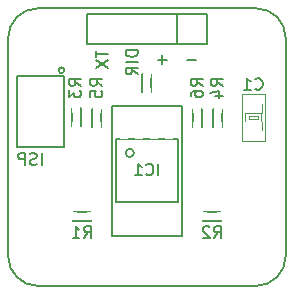
<source format=gbo>
G04 (created by PCBNEW (2013-02-22 BZR 3968)-testing) date Thu 28 Feb 2013 03:21:29 AM CET*
%MOIN*%
G04 Gerber Fmt 3.4, Leading zero omitted, Abs format*
%FSLAX34Y34*%
G01*
G70*
G90*
G04 APERTURE LIST*
%ADD10C,3.14961e-06*%
%ADD11C,0.00787402*%
%ADD12C,0.0019685*%
%ADD13C,0.00393701*%
%ADD14C,0.0026*%
%ADD15C,0.002*%
%ADD16C,0.004*%
%ADD17R,0.0511811X0.0511811*%
%ADD18C,0.0511811*%
%ADD19R,0.0649606X0.0649606*%
%ADD20C,0.0649606*%
%ADD21R,0.0275591X0.0866142*%
%ADD22C,0.0688976*%
%ADD23C,0.15748*%
%ADD24O,0.15748X0.15748*%
%ADD25R,0.059X0.0511*%
%ADD26C,0.0984252*%
%ADD27R,0.0314X0.0314*%
G04 APERTURE END LIST*
G54D10*
G54D11*
X45834Y-35284D02*
X46134Y-35284D01*
X44850Y-35284D02*
X45149Y-35284D01*
X45000Y-35434D02*
X45000Y-35134D01*
X42797Y-34975D02*
X42797Y-35200D01*
X43190Y-35088D02*
X42797Y-35088D01*
X42797Y-35294D02*
X43190Y-35556D01*
X42797Y-35556D02*
X43190Y-35294D01*
X44175Y-34960D02*
X43781Y-34960D01*
X43781Y-35054D01*
X43800Y-35110D01*
X43837Y-35148D01*
X43875Y-35166D01*
X43950Y-35185D01*
X44006Y-35185D01*
X44081Y-35166D01*
X44118Y-35148D01*
X44156Y-35110D01*
X44175Y-35054D01*
X44175Y-34960D01*
X44175Y-35354D02*
X43781Y-35354D01*
X44175Y-35766D02*
X43987Y-35635D01*
X44175Y-35541D02*
X43781Y-35541D01*
X43781Y-35691D01*
X43800Y-35729D01*
X43818Y-35748D01*
X43856Y-35766D01*
X43912Y-35766D01*
X43950Y-35748D01*
X43968Y-35729D01*
X43987Y-35691D01*
X43987Y-35541D01*
X48129Y-33562D02*
X40846Y-33562D01*
X49114Y-41830D02*
X49114Y-34547D01*
X40846Y-42814D02*
X48129Y-42814D01*
X39862Y-34547D02*
X39862Y-41830D01*
X39862Y-41830D02*
G75*
G03X40846Y-42814I984J0D01*
G74*
G01*
X48129Y-42814D02*
G75*
G03X49114Y-41830I0J984D01*
G74*
G01*
X49114Y-34547D02*
G75*
G03X48129Y-33562I-984J0D01*
G74*
G01*
X40846Y-33562D02*
G75*
G03X39862Y-34547I0J-984D01*
G74*
G01*
G54D12*
X41240Y-37696D02*
X41240Y-37893D01*
X41240Y-37893D02*
X41437Y-37893D01*
X41437Y-37893D02*
X41437Y-37696D01*
X41437Y-37696D02*
X41240Y-37696D01*
X41240Y-36909D02*
X41240Y-37106D01*
X41240Y-37106D02*
X41437Y-37106D01*
X41437Y-37106D02*
X41437Y-36909D01*
X41437Y-36909D02*
X41240Y-36909D01*
X41240Y-36122D02*
X41240Y-36318D01*
X41240Y-36318D02*
X41437Y-36318D01*
X41437Y-36318D02*
X41437Y-36122D01*
X41437Y-36122D02*
X41240Y-36122D01*
X40452Y-37696D02*
X40452Y-37893D01*
X40452Y-37893D02*
X40649Y-37893D01*
X40649Y-37893D02*
X40649Y-37696D01*
X40649Y-37696D02*
X40452Y-37696D01*
X40452Y-36909D02*
X40452Y-37106D01*
X40452Y-37106D02*
X40649Y-37106D01*
X40649Y-37106D02*
X40649Y-36909D01*
X40649Y-36909D02*
X40452Y-36909D01*
X40452Y-36122D02*
X40452Y-36318D01*
X40452Y-36318D02*
X40649Y-36318D01*
X40649Y-36318D02*
X40649Y-36122D01*
X40649Y-36122D02*
X40452Y-36122D01*
G54D11*
X41732Y-35629D02*
G75*
G03X41732Y-35629I-98J0D01*
G74*
G01*
X40157Y-35826D02*
X40157Y-38188D01*
X40157Y-38188D02*
X41732Y-38188D01*
X41732Y-38188D02*
X41732Y-35826D01*
X41732Y-35826D02*
X40157Y-35826D01*
X45488Y-34751D02*
X45488Y-33751D01*
X46488Y-34751D02*
X42488Y-34751D01*
X42488Y-34751D02*
X42488Y-33751D01*
X42488Y-33751D02*
X46488Y-33751D01*
X46488Y-33751D02*
X46488Y-34751D01*
X44055Y-38385D02*
G75*
G03X44055Y-38385I-137J0D01*
G74*
G01*
X43307Y-41141D02*
X45669Y-41141D01*
X45669Y-41141D02*
X45669Y-36811D01*
X45669Y-36811D02*
X43307Y-36811D01*
X43307Y-36811D02*
X43307Y-41141D01*
G54D13*
X43813Y-37926D02*
X43813Y-37376D01*
X43813Y-37376D02*
X43663Y-37376D01*
X43663Y-37376D02*
X43663Y-37926D01*
X44313Y-37926D02*
X44313Y-37376D01*
X44313Y-37376D02*
X44163Y-37376D01*
X44163Y-37376D02*
X44163Y-37926D01*
X44813Y-37926D02*
X44813Y-37376D01*
X44813Y-37376D02*
X44663Y-37376D01*
X44663Y-37376D02*
X44663Y-37926D01*
X45313Y-37926D02*
X45313Y-37376D01*
X45313Y-37376D02*
X45163Y-37376D01*
X45163Y-37376D02*
X45163Y-37926D01*
X43663Y-40026D02*
X43663Y-40576D01*
X43663Y-40576D02*
X43813Y-40576D01*
X43813Y-40576D02*
X43813Y-40026D01*
X44163Y-40026D02*
X44163Y-40576D01*
X44163Y-40576D02*
X44313Y-40576D01*
X44313Y-40576D02*
X44313Y-40026D01*
X44663Y-40026D02*
X44663Y-40576D01*
X44663Y-40576D02*
X44813Y-40576D01*
X44813Y-40576D02*
X44813Y-40026D01*
X45163Y-40576D02*
X45313Y-40576D01*
X45163Y-40026D02*
X45163Y-40576D01*
X45313Y-40576D02*
X45313Y-40026D01*
G54D11*
X45511Y-40019D02*
X45511Y-37933D01*
X45511Y-37933D02*
X43464Y-37933D01*
X43464Y-37933D02*
X43464Y-40019D01*
X43464Y-40019D02*
X45511Y-40019D01*
G54D14*
X47746Y-37633D02*
X47746Y-37338D01*
X47746Y-37338D02*
X48316Y-37338D01*
X48316Y-37633D02*
X48316Y-37338D01*
X47746Y-37633D02*
X48316Y-37633D01*
X47746Y-37064D02*
X47746Y-36769D01*
X47746Y-36769D02*
X48316Y-36769D01*
X48316Y-37064D02*
X48316Y-36769D01*
X47746Y-37064D02*
X48316Y-37064D01*
X47874Y-37243D02*
X47874Y-37165D01*
X47874Y-37165D02*
X48188Y-37165D01*
X48188Y-37243D02*
X48188Y-37165D01*
X47874Y-37243D02*
X48188Y-37243D01*
G54D15*
X48418Y-37980D02*
X48418Y-36428D01*
X47644Y-36428D02*
X47644Y-37980D01*
X47644Y-37980D02*
X48418Y-37980D01*
G54D16*
X48290Y-37354D02*
X48290Y-37054D01*
X47772Y-37344D02*
X47772Y-37054D01*
G54D15*
X48418Y-36428D02*
X47644Y-36428D01*
G54D11*
X46008Y-36905D02*
X46008Y-37505D01*
X46008Y-37505D02*
X46308Y-37505D01*
X46308Y-37505D02*
X46308Y-36905D01*
X46308Y-36905D02*
X46008Y-36905D01*
X44335Y-35744D02*
X44335Y-36344D01*
X44335Y-36344D02*
X44635Y-36344D01*
X44635Y-36344D02*
X44635Y-35744D01*
X44635Y-35744D02*
X44335Y-35744D01*
X42278Y-37503D02*
X42278Y-36903D01*
X42278Y-36903D02*
X41978Y-36903D01*
X41978Y-36903D02*
X41978Y-37503D01*
X41978Y-37503D02*
X42278Y-37503D01*
X46952Y-40339D02*
X46352Y-40339D01*
X46352Y-40339D02*
X46352Y-40639D01*
X46352Y-40639D02*
X46952Y-40639D01*
X46952Y-40639D02*
X46952Y-40339D01*
X42023Y-40645D02*
X42623Y-40645D01*
X42623Y-40645D02*
X42623Y-40345D01*
X42623Y-40345D02*
X42023Y-40345D01*
X42023Y-40345D02*
X42023Y-40645D01*
X46697Y-36905D02*
X46697Y-37505D01*
X46697Y-37505D02*
X46997Y-37505D01*
X46997Y-37505D02*
X46997Y-36905D01*
X46997Y-36905D02*
X46697Y-36905D01*
X42662Y-36905D02*
X42662Y-37505D01*
X42662Y-37505D02*
X42962Y-37505D01*
X42962Y-37505D02*
X42962Y-36905D01*
X42962Y-36905D02*
X42662Y-36905D01*
X40974Y-38781D02*
X40974Y-38387D01*
X40806Y-38762D02*
X40749Y-38781D01*
X40656Y-38781D01*
X40618Y-38762D01*
X40599Y-38743D01*
X40581Y-38706D01*
X40581Y-38668D01*
X40599Y-38631D01*
X40618Y-38612D01*
X40656Y-38593D01*
X40731Y-38575D01*
X40768Y-38556D01*
X40787Y-38537D01*
X40806Y-38500D01*
X40806Y-38462D01*
X40787Y-38425D01*
X40768Y-38406D01*
X40731Y-38387D01*
X40637Y-38387D01*
X40581Y-38406D01*
X40412Y-38781D02*
X40412Y-38387D01*
X40262Y-38387D01*
X40224Y-38406D01*
X40206Y-38425D01*
X40187Y-38462D01*
X40187Y-38518D01*
X40206Y-38556D01*
X40224Y-38575D01*
X40262Y-38593D01*
X40412Y-38593D01*
X44872Y-39135D02*
X44872Y-38742D01*
X44460Y-39098D02*
X44478Y-39116D01*
X44535Y-39135D01*
X44572Y-39135D01*
X44628Y-39116D01*
X44666Y-39079D01*
X44685Y-39041D01*
X44703Y-38967D01*
X44703Y-38910D01*
X44685Y-38835D01*
X44666Y-38798D01*
X44628Y-38760D01*
X44572Y-38742D01*
X44535Y-38742D01*
X44478Y-38760D01*
X44460Y-38779D01*
X44085Y-39135D02*
X44310Y-39135D01*
X44197Y-39135D02*
X44197Y-38742D01*
X44235Y-38798D01*
X44272Y-38835D01*
X44310Y-38854D01*
X48097Y-36243D02*
X48115Y-36262D01*
X48172Y-36281D01*
X48209Y-36281D01*
X48265Y-36262D01*
X48303Y-36225D01*
X48322Y-36187D01*
X48340Y-36112D01*
X48340Y-36056D01*
X48322Y-35981D01*
X48303Y-35943D01*
X48265Y-35906D01*
X48209Y-35887D01*
X48172Y-35887D01*
X48115Y-35906D01*
X48097Y-35925D01*
X47722Y-36281D02*
X47947Y-36281D01*
X47834Y-36281D02*
X47834Y-35887D01*
X47872Y-35943D01*
X47909Y-35981D01*
X47947Y-36000D01*
X46340Y-36154D02*
X46152Y-36023D01*
X46340Y-35929D02*
X45946Y-35929D01*
X45946Y-36079D01*
X45965Y-36117D01*
X45984Y-36136D01*
X46021Y-36154D01*
X46077Y-36154D01*
X46115Y-36136D01*
X46134Y-36117D01*
X46152Y-36079D01*
X46152Y-35929D01*
X45946Y-36492D02*
X45946Y-36417D01*
X45965Y-36379D01*
X45984Y-36361D01*
X46040Y-36323D01*
X46115Y-36304D01*
X46265Y-36304D01*
X46302Y-36323D01*
X46321Y-36342D01*
X46340Y-36379D01*
X46340Y-36454D01*
X46321Y-36492D01*
X46302Y-36511D01*
X46265Y-36529D01*
X46171Y-36529D01*
X46134Y-36511D01*
X46115Y-36492D01*
X46096Y-36454D01*
X46096Y-36379D01*
X46115Y-36342D01*
X46134Y-36323D01*
X46171Y-36304D01*
X42285Y-36154D02*
X42097Y-36023D01*
X42285Y-35929D02*
X41891Y-35929D01*
X41891Y-36079D01*
X41910Y-36117D01*
X41929Y-36136D01*
X41966Y-36154D01*
X42022Y-36154D01*
X42060Y-36136D01*
X42079Y-36117D01*
X42097Y-36079D01*
X42097Y-35929D01*
X41891Y-36286D02*
X41891Y-36529D01*
X42041Y-36398D01*
X42041Y-36454D01*
X42060Y-36492D01*
X42079Y-36511D01*
X42116Y-36529D01*
X42210Y-36529D01*
X42247Y-36511D01*
X42266Y-36492D01*
X42285Y-36454D01*
X42285Y-36342D01*
X42266Y-36304D01*
X42247Y-36286D01*
X46719Y-41222D02*
X46850Y-41034D01*
X46944Y-41222D02*
X46944Y-40828D01*
X46794Y-40828D01*
X46756Y-40847D01*
X46737Y-40866D01*
X46719Y-40903D01*
X46719Y-40959D01*
X46737Y-40997D01*
X46756Y-41016D01*
X46794Y-41034D01*
X46944Y-41034D01*
X46569Y-40866D02*
X46550Y-40847D01*
X46512Y-40828D01*
X46419Y-40828D01*
X46381Y-40847D01*
X46362Y-40866D01*
X46344Y-40903D01*
X46344Y-40941D01*
X46362Y-40997D01*
X46587Y-41222D01*
X46344Y-41222D01*
X42388Y-41222D02*
X42519Y-41034D01*
X42613Y-41222D02*
X42613Y-40828D01*
X42463Y-40828D01*
X42425Y-40847D01*
X42407Y-40866D01*
X42388Y-40903D01*
X42388Y-40959D01*
X42407Y-40997D01*
X42425Y-41016D01*
X42463Y-41034D01*
X42613Y-41034D01*
X42013Y-41222D02*
X42238Y-41222D01*
X42125Y-41222D02*
X42125Y-40828D01*
X42163Y-40884D01*
X42200Y-40922D01*
X42238Y-40941D01*
X47009Y-36154D02*
X46822Y-36023D01*
X47009Y-35929D02*
X46616Y-35929D01*
X46616Y-36079D01*
X46634Y-36117D01*
X46653Y-36136D01*
X46691Y-36154D01*
X46747Y-36154D01*
X46784Y-36136D01*
X46803Y-36117D01*
X46822Y-36079D01*
X46822Y-35929D01*
X46747Y-36492D02*
X47009Y-36492D01*
X46597Y-36398D02*
X46878Y-36304D01*
X46878Y-36548D01*
X42994Y-36154D02*
X42806Y-36023D01*
X42994Y-35929D02*
X42600Y-35929D01*
X42600Y-36079D01*
X42619Y-36117D01*
X42637Y-36136D01*
X42675Y-36154D01*
X42731Y-36154D01*
X42769Y-36136D01*
X42787Y-36117D01*
X42806Y-36079D01*
X42806Y-35929D01*
X42600Y-36511D02*
X42600Y-36323D01*
X42787Y-36304D01*
X42769Y-36323D01*
X42750Y-36361D01*
X42750Y-36454D01*
X42769Y-36492D01*
X42787Y-36511D01*
X42825Y-36529D01*
X42919Y-36529D01*
X42956Y-36511D01*
X42975Y-36492D01*
X42994Y-36454D01*
X42994Y-36361D01*
X42975Y-36323D01*
X42956Y-36304D01*
%LPC*%
G54D17*
X41358Y-36220D03*
G54D18*
X40531Y-36220D03*
X41318Y-37007D03*
X40570Y-37007D03*
X41358Y-37795D03*
X40531Y-37795D03*
G54D19*
X45988Y-34251D03*
G54D20*
X44988Y-34251D03*
X43988Y-34251D03*
X42988Y-34251D03*
G54D21*
X43738Y-37476D03*
X44238Y-37476D03*
X44738Y-37476D03*
X45238Y-37476D03*
X45238Y-40476D03*
X44738Y-40476D03*
X44238Y-40476D03*
X43738Y-40476D03*
G54D22*
X43503Y-41929D03*
X45472Y-41929D03*
X44488Y-41929D03*
X45472Y-36220D03*
X43503Y-36220D03*
G54D23*
X46929Y-38976D03*
G54D24*
X42047Y-38976D03*
G54D25*
X48031Y-37578D03*
X48031Y-36830D03*
G54D26*
X48031Y-34645D03*
X40944Y-41732D03*
X40944Y-34645D03*
X48031Y-41732D03*
G54D27*
X46158Y-37500D03*
X46158Y-36910D03*
X44485Y-36339D03*
X44485Y-35749D03*
X42128Y-36908D03*
X42128Y-37498D03*
X46357Y-40489D03*
X46947Y-40489D03*
X42618Y-40495D03*
X42028Y-40495D03*
X46847Y-37500D03*
X46847Y-36910D03*
X42812Y-37500D03*
X42812Y-36910D03*
M02*

</source>
